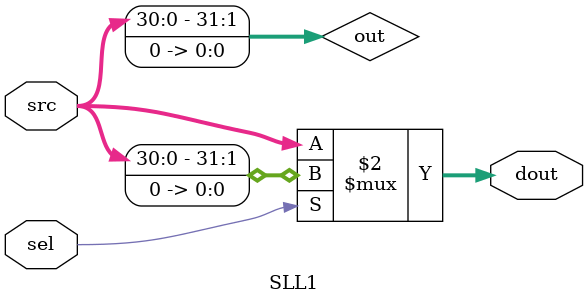
<source format=v>
module SLL1( sel, src, dout ) ;

 input sel ;
 input[31:0] src ;
 output [31:0] dout ;
 
 wire [31:0] out ;

 assign out[31] = src[30] ; assign out[30] = src[29] ; assign out[29] = src[28] ; assign out[28] = src[27] ; assign out[27] = src[26] ;
 assign out[26] = src[25] ; assign out[25] = src[24] ; assign out[24] = src[23] ; assign out[23] = src[22] ; assign out[22] = src[21] ;
 assign out[21] = src[20] ; assign out[20] = src[19] ; assign out[19] = src[18] ; assign out[18] = src[17] ; assign out[17] = src[16] ;
 assign out[16] = src[15] ; assign out[15] = src[14] ; assign out[14] = src[13] ; assign out[13] = src[12] ; assign out[12] = src[11] ;
 assign out[11] = src[10] ; assign out[10] = src[9] ; assign out[9] = src[8] ; assign out[8] = src[7] ; assign out[7] = src[6] ;
 assign out[6] = src[5] ; assign out[5] = src[4] ; assign out[4] = src[3] ; assign out[3] = src[2] ; assign out[2] = src[1] ;
 assign out[1] = src[0] ; assign out[0] = 1'b0 ;
 
 assign dout = (sel == 1'b1) ? out : src ;

endmodule
</source>
